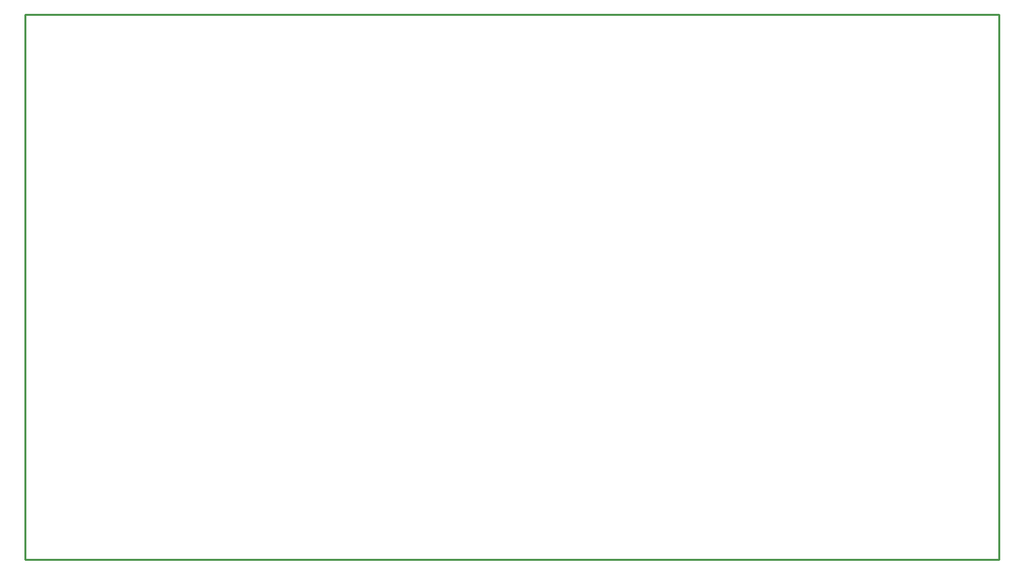
<source format=gko>
%FSDAX24Y24*%
%MOIN*%
%SFA1B1*%

%IPPOS*%
%ADD23C,0.010000*%
%LNde-010824-1*%
%LPD*%
G54D23*
X011700Y010900D02*
X060913D01*
X011700D02*
Y038459D01*
X060913Y010900D02*
Y038459D01*
X011700D02*
X060913D01*
M02*
</source>
